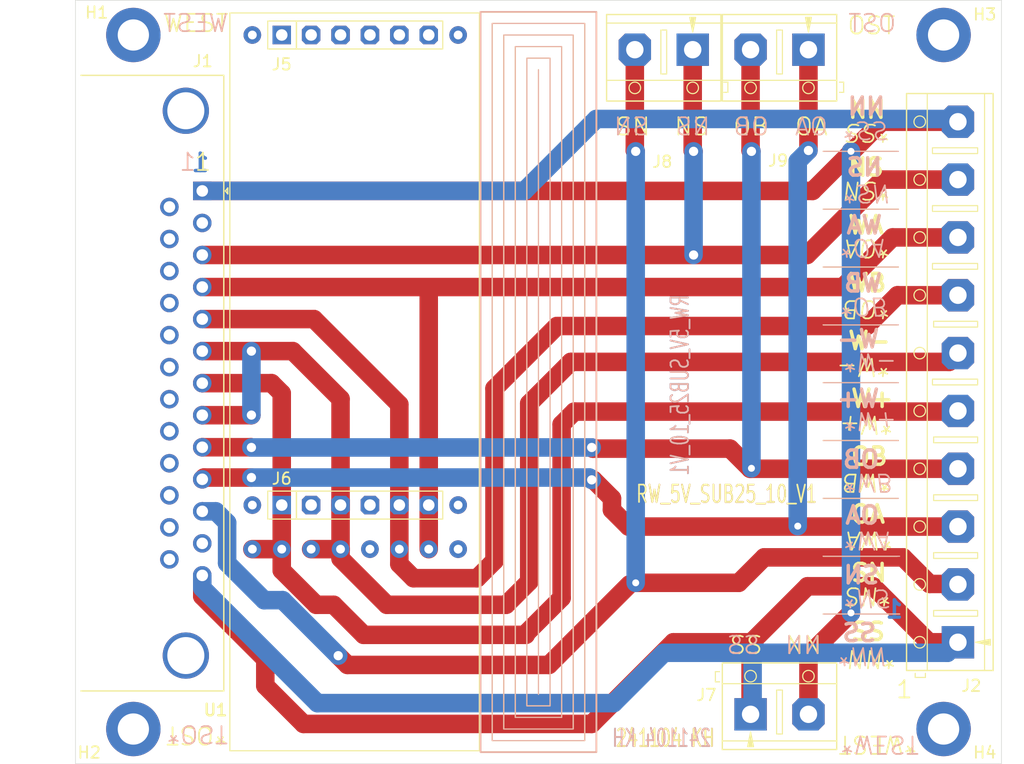
<source format=kicad_pcb>
(kicad_pcb (version 20240108) (generator "pcbnew") (generator_version "8.0")
  (layers (0 "F.Cu" signal) (31 "B.Cu" signal) (34 "B.Paste" user) (35 "F.Paste" user) (36 "B.SilkS" user "B.Silkscreen") (37 "F.SilkS" user "F.Silkscreen") (38 "B.Mask" user) (39 "F.Mask" user) (44 "Edge.Cuts" user))
  (net 0 "")
  (net 2 "/WB")
  (net 5 "/NN")
  (net 7 "/OB")
  (net 10 "/WA")
  (net 13 "/SN")
  (net 16 "/W-")
  (net 17 "/W+")
  (net 18 "/SS")
  (net 19 "/OA")
  (net 23 "/NS")
  (footprint "MountingHole:MountingHole_2.7mm_M2.5_DIN965_Pad_TopBottom" (layer "F.Cu") (at 102.9 87.94)
    (property "Reference" "H4" (at 3.556 2.032 0) (layer "F.SilkS"))
    (property "Value" "MountingHole" (hide yes))
    (pad "1" thru_hole circle (at 0 0) (size 3.1 3.1) (drill 2.7) (layers "*.Cu" "*.Mask"))
    (pad "1" connect circle (at 0 0) (size 4.7 4.7) (layers "F.Cu" "F.Mask"))
    (pad "1" connect circle (at 0 0) (size 4.7 4.7) (layers "B.Cu" "B.Mask"))
  )
  (footprint "_kh_library:Screw_Terminal_01x02_P5" (layer "F.Cu") (at 81.225 29.21 -90)
    (property "Reference" "J8" (at 9.69 2.625 0) (layer "F.SilkS"))
    (property "Value" "Screw_Terminal_01x02_P5" (hide yes))
    (fp_line (start -2.3 -2.44) (end -2.3 7.44) (stroke (width 0.1)) (layer "F.SilkS"))
    (fp_line (start 2.65 -2.44) (end 2.65 7.44) (stroke (width 0.1)) (layer "F.SilkS"))
    (fp_line (start 2.81 -3.04) (end 2.81 -2.68) (stroke (width 0.1)) (layer "F.SilkS"))
    (fp_line (start 2.81 -3.04) (end 3.69 -3.04) (stroke (width 0.1)) (layer "F.SilkS"))
    (fp_line (start 3.69 -3.04) (end 3.69 -2.68) (stroke (width 0.1)) (layer "F.SilkS"))
    (fp_rect (start -1.7 2.25) (end 2.1 2.75) (stroke (width 0.1)) (fill none) (layer "F.SilkS"))
    (fp_rect (start -3.04 -2.44) (end 4.44 7.44) (stroke (width 0.12)) (fill none) (layer "F.SilkS"))
    (fp_circle (center 3.3 5) (end 3.8 5) (stroke (width 0.1)) (fill none) (layer "F.SilkS"))
    (fp_circle (center 3.3 0) (end 3.8 0) (stroke (width 0.1)) (fill none) (layer "F.SilkS"))
    (fp_poly (pts (xy -2.794 -0.254) (xy -1.524 0) (xy -2.794 0.254)) (stroke (width 0.1)) (fill solid) (layer "F.SilkS"))
    (pad "1" thru_hole rect (at 0 0 270) (size 2.8 2.8) (drill 1.5) (layers "*.Cu" "*.Mask") (net 23 "/NS"))
    (pad "2" thru_hole roundrect (at 0 5 270) (size 2.8 2.8) (drill 1.5) (layers "*.Cu" "*.Mask") (roundrect_rratio 0) (chamfer_ratio 0.2) (chamfer top_left top_right bottom_left bottom_right) (net 13 "/SN"))
  )
  (footprint "MountingHole:MountingHole_2.7mm_M2.5_DIN965_Pad_TopBottom" (layer "F.Cu") (at 102.9 27.94)
    (property "Reference" "H3" (at 3.556 -1.778 0) (layer "F.SilkS"))
    (property "Value" "MountingHole" (hide yes))
    (pad "1" thru_hole circle (at 0 0) (size 3.1 3.1) (drill 2.7) (layers "*.Cu" "*.Mask"))
    (pad "1" connect circle (at 0 0) (size 4.7 4.7) (layers "F.Cu" "F.Mask"))
    (pad "1" connect circle (at 0 0) (size 4.7 4.7) (layers "B.Cu" "B.Mask"))
  )
  (footprint "_kh_library:PinSocket_1x06_P2.54mm_Vertical_kh" (layer "F.Cu") (at 45.72 68.58 90)
    (property "Reference" "J6" (at 2.286 0 180) (layer "F.SilkS"))
    (property "Value" "Conn_01x06")
    (fp_line (start -1.21 1.27) (end 1.21 1.27) (stroke (width 0.12)) (layer "F.SilkS"))
    (fp_rect (start -1.21 -1.21) (end 1.21 13.91) (stroke (width 0.1)) (fill none) (layer "F.SilkS"))
    (pad "1" thru_hole rect (at 0 0 90) (size 1.6 1.6) (drill 1) (layers "*.Cu" "*.Mask") (net 17 "/W+"))
    (pad "2" thru_hole roundrect (at 0 2.54 90) (size 1.6 1.6) (drill 1) (layers "*.Cu" "*.Mask") (roundrect_rratio 0) (chamfer_ratio 0.2) (chamfer top_left top_right bottom_left bottom_right))
    (pad "3" thru_hole roundrect (at 0 5.08 90) (size 1.6 1.6) (drill 1) (layers "*.Cu" "*.Mask") (roundrect_rratio 0) (chamfer_ratio 0.2) (chamfer top_left top_right bottom_left bottom_right) (net 16 "/W-"))
    (pad "4" thru_hole roundrect (at 0 7.62 90) (size 1.6 1.6) (drill 1) (layers "*.Cu" "*.Mask") (roundrect_rratio 0) (chamfer_ratio 0.2) (chamfer top_left top_right bottom_left bottom_right))
    (pad "5" thru_hole roundrect (at 0 10.16 90) (size 1.6 1.6) (drill 1) (layers "*.Cu" "*.Mask") (roundrect_rratio 0) (chamfer_ratio 0.2) (chamfer top_left top_right bottom_left bottom_right) (net 2 "/WB"))
    (pad "6" thru_hole roundrect (at 0 12.7 90) (size 1.6 1.6) (drill 1) (layers "*.Cu" "*.Mask") (roundrect_rratio 0) (chamfer_ratio 0.2) (chamfer top_left top_right bottom_left bottom_right) (net 10 "/WA"))
  )
  (footprint "MountingHole:MountingHole_2.7mm_M2.5_DIN965_Pad_TopBottom" (layer "F.Cu") (at 32.9 27.94)
    (property "Reference" "H1" (at -3.17 -1.94 0) (layer "F.SilkS"))
    (property "Value" "MountingHole" (hide yes))
    (pad "1" thru_hole circle (at 0 0) (size 3.1 3.1) (drill 2.7) (layers "*.Cu" "*.Mask"))
    (pad "1" connect circle (at 0 0) (size 4.7 4.7) (layers "F.Cu" "F.Mask"))
    (pad "1" connect circle (at 0 0) (size 4.7 4.7) (layers "B.Cu" "B.Mask"))
  )
  (footprint "_kh_library:PinSocket_1x06_P2.54mm_Vertical_kh" (layer "F.Cu") (at 45.72 27.94 90)
    (property "Reference" "J5" (at -2.54 0 180) (layer "F.SilkS"))
    (property "Value" "Conn_01x06")
    (fp_line (start -1.21 1.27) (end 1.21 1.27) (stroke (width 0.12)) (layer "F.SilkS"))
    (fp_rect (start -1.21 -1.21) (end 1.21 13.91) (stroke (width 0.1)) (fill none) (layer "F.SilkS"))
    (pad "1" thru_hole rect (at 0 0 90) (size 1.6 1.6) (drill 1) (layers "*.Cu" "*.Mask"))
    (pad "2" thru_hole roundrect (at 0 2.54 90) (size 1.6 1.6) (drill 1) (layers "*.Cu" "*.Mask") (roundrect_rratio 0) (chamfer_ratio 0.2) (chamfer top_left top_right bottom_left bottom_right))
    (pad "3" thru_hole roundrect (at 0 5.08 90) (size 1.6 1.6) (drill 1) (layers "*.Cu" "*.Mask") (roundrect_rratio 0) (chamfer_ratio 0.2) (chamfer top_left top_right bottom_left bottom_right))
    (pad "4" thru_hole roundrect (at 0 7.62 90) (size 1.6 1.6) (drill 1) (layers "*.Cu" "*.Mask") (roundrect_rratio 0) (chamfer_ratio 0.2) (chamfer top_left top_right bottom_left bottom_right))
    (pad "5" thru_hole roundrect (at 0 10.16 90) (size 1.6 1.6) (drill 1) (layers "*.Cu" "*.Mask") (roundrect_rratio 0) (chamfer_ratio 0.2) (chamfer top_left top_right bottom_left bottom_right))
    (pad "6" thru_hole roundrect (at 0 12.7 90) (size 1.6 1.6) (drill 1) (layers "*.Cu" "*.Mask") (roundrect_rratio 0) (chamfer_ratio 0.2) (chamfer top_left top_right bottom_left bottom_right))
  )
  (footprint "_kh_library:AC_5V_supply_6pol_PinsOnly" (layer "F.Cu") (at 43.18 72.39 90)
    (property "Reference" "U1" (at -13.91 -3.18 0) (layer "F.SilkS") (effects (font (thickness 0.2) (bold yes))))
    (property "Value" "~" (hide yes))
    (pad "1" thru_hole circle (at 0 0 90) (size 1.524 1.524) (drill 0.762) (layers "*.Cu" "*.Mask") (net 17 "/W+"))
    (pad "2" thru_hole circle (at 0 2.54 90) (size 1.524 1.524) (drill 0.762) (layers "*.Cu" "*.Mask") (net 17 "/W+"))
    (pad "3" thru_hole circle (at 0 5.08 90) (size 1.524 1.524) (drill 0.762) (layers "*.Cu" "*.Mask") (net 16 "/W-"))
    (pad "4" thru_hole circle (at 0 7.62 90) (size 1.524 1.524) (drill 0.762) (layers "*.Cu" "*.Mask") (net 16 "/W-"))
    (pad "5" thru_hole circle (at 0 10.16 90) (size 1.524 1.524) (drill 0.762) (layers "*.Cu" "*.Mask"))
    (pad "6" thru_hole circle (at 0 12.7 90) (size 1.524 1.524) (drill 0.762) (layers "*.Cu" "*.Mask") (net 2 "/WB"))
    (pad "7" thru_hole circle (at 0 15.24 90) (size 1.524 1.524) (drill 0.762) (layers "*.Cu" "*.Mask") (net 10 "/WA"))
    (pad "8" thru_hole circle (at 0 17.78 90) (size 1.524 1.524) (drill 0.762) (layers "*.Cu" "*.Mask"))
    (pad "9" thru_hole circle (at 3.81 0 90) (size 1.524 1.524) (drill 0.762) (layers "*.Cu" "*.Mask"))
    (pad "10" thru_hole circle (at 3.81 17.78 90) (size 1.524 1.524) (drill 0.762) (layers "*.Cu" "*.Mask"))
    (pad "11" thru_hole circle (at 44.45 0 90) (size 1.524 1.524) (drill 0.762) (layers "*.Cu" "*.Mask"))
    (pad "12" thru_hole circle (at 44.45 17.78 90) (size 1.524 1.524) (drill 0.762) (layers "*.Cu" "*.Mask"))
  )
  (footprint "_kh_library:DSUB-25_Male_Horizontal_P2.77x2.84mm_EdgePinOffset7.70mm_Housed_MountingHolesOffset9.12mm" (layer "F.Cu") (at 38.854 41.42 -90)
    (property "Reference" "J1" (at -11.22 -0.046 180) (layer "F.SilkS"))
    (property "Value" "DB25_Plug")
    (fp_line (start -9.99 10.48) (end -9.99 -1.86) (stroke (width 0.12)) (layer "F.SilkS"))
    (fp_line (start -9.99 -1.86) (end 43.23 -1.86) (stroke (width 0.12)) (layer "F.SilkS"))
    (fp_line (start 43.23 -1.86) (end 43.23 10.48) (stroke (width 0.12)) (layer "F.SilkS"))
    (fp_line (start 0 -2) (end -0.25 -2.2) (stroke (width 0.12)) (layer "F.SilkS"))
    (fp_line (start -0.25 -2.2) (end 0.25 -2.2) (stroke (width 0.12)) (layer "F.SilkS"))
    (fp_line (start 0.254 -2.2) (end 0 -2) (stroke (width 0.12)) (layer "F.SilkS"))
    (pad "0" thru_hole circle (at -6.93 1.42 270) (size 4 4) (drill 3.2) (layers "*.Cu" "*.Mask"))
    (pad "0" thru_hole circle (at 40.17 1.42 270) (size 4 4) (drill 3.2) (layers "*.Cu" "*.Mask"))
    (pad "1" thru_hole rect (at 0 0 270) (size 1.6 1.6) (drill 1) (layers "*.Cu" "*.Mask") (net 5 "/NN"))
    (pad "2" thru_hole circle (at 2.77 0 270) (size 1.6 1.6) (drill 1) (layers "*.Cu" "*.Mask"))
    (pad "3" thru_hole circle (at 5.54 0 270) (size 1.6 1.6) (drill 1) (layers "*.Cu" "*.Mask") (net 23 "/NS"))
    (pad "4" thru_hole circle (at 8.31 0 270) (size 1.6 1.6) (drill 1) (layers "*.Cu" "*.Mask") (net 10 "/WA"))
    (pad "5" thru_hole circle (at 11.08 0 270) (size 1.6 1.6) (drill 1) (layers "*.Cu" "*.Mask") (net 2 "/WB"))
    (pad "6" thru_hole circle (at 13.85 0 270) (size 1.6 1.6) (drill 1) (layers "*.Cu" "*.Mask") (net 16 "/W-"))
    (pad "7" thru_hole circle (at 16.62 0 270) (size 1.6 1.6) (drill 1) (layers "*.Cu" "*.Mask") (net 17 "/W+"))
    (pad "8" thru_hole circle (at 19.39 0 270) (size 1.6 1.6) (drill 1) (layers "*.Cu" "*.Mask") (net 16 "/W-"))
    (pad "9" thru_hole circle (at 22.16 0 270) (size 1.6 1.6) (drill 1) (layers "*.Cu" "*.Mask") (net 7 "/OB"))
    (pad "10" thru_hole circle (at 24.93 0 270) (size 1.6 1.6) (drill 1) (layers "*.Cu" "*.Mask") (net 19 "/OA"))
    (pad "11" thru_hole circle (at 27.7 0 270) (size 1.6 1.6) (drill 1) (layers "*.Cu" "*.Mask") (net 13 "/SN"))
    (pad "12" thru_hole circle (at 30.47 0 270) (size 1.6 1.6) (drill 1) (layers "*.Cu" "*.Mask"))
    (pad "13" thru_hole circle (at 33.24 0 270) (size 1.6 1.6) (drill 1) (layers "*.Cu" "*.Mask") (net 18 "/SS"))
    (pad "14" thru_hole circle (at 1.385 2.84 270) (size 1.6 1.6) (drill 1) (layers "*.Cu" "*.Mask"))
    (pad "15" thru_hole circle (at 4.155 2.84 270) (size 1.6 1.6) (drill 1) (layers "*.Cu" "*.Mask"))
    (pad "16" thru_hole circle (at 6.925 2.84 270) (size 1.6 1.6) (drill 1) (layers "*.Cu" "*.Mask"))
    (pad "17" thru_hole circle (at 9.695 2.84 270) (size 1.6 1.6) (drill 1) (layers "*.Cu" "*.Mask"))
    (pad "18" thru_hole circle (at 12.465 2.84 270) (size 1.6 1.6) (drill 1) (layers "*.Cu" "*.Mask"))
    (pad "19" thru_hole circle (at 15.235 2.84 270) (size 1.6 1.6) (drill 1) (layers "*.Cu" "*.Mask"))
    (pad "20" thru_hole circle (at 18.005 2.84 270) (size 1.6 1.6) (drill 1) (layers "*.Cu" "*.Mask"))
    (pad "21" thru_hole circle (at 20.775 2.84 270) (size 1.6 1.6) (drill 1) (layers "*.Cu" "*.Mask"))
    (pad "22" thru_hole circle (at 23.545 2.84 270) (size 1.6 1.6) (drill 1) (layers "*.Cu" "*.Mask"))
    (pad "23" thru_hole circle (at 26.315 2.84 270) (size 1.6 1.6) (drill 1) (layers "*.Cu" "*.Mask"))
    (pad "24" thru_hole circle (at 29.085 2.84 270) (size 1.6 1.6) (drill 1) (layers "*.Cu" "*.Mask"))
    (pad "25" thru_hole circle (at 31.855 2.84 270) (size 1.6 1.6) (drill 1) (layers "*.Cu" "*.Mask"))
  )
  (footprint "_kh_library:Screw_Terminal_01x02_P5" (layer "F.Cu") (at 86.225 86.67 90)
    (property "Reference" "J7" (at 1.67 -3.81 0) (layer "F.SilkS"))
    (property "Value" "Screw_Terminal_01x02_P5" (hide yes))
    (fp_line (start 3.69 -3.04) (end 3.69 -2.68) (stroke (width 0.1)) (layer "F.SilkS"))
    (fp_line (start 2.81 -3.04) (end 3.69 -3.04) (stroke (width 0.1)) (layer "F.SilkS"))
    (fp_line (start 2.81 -3.04) (end 2.81 -2.68) (stroke (width 0.1)) (layer "F.SilkS"))
    (fp_line (start 2.65 -2.44) (end 2.65 7.44) (stroke (width 0.1)) (layer "F.SilkS"))
    (fp_line (start -2.3 -2.44) (end -2.3 7.44) (stroke (width 0.1)) (layer "F.SilkS"))
    (fp_rect (start -3.04 -2.44) (end 4.44 7.44) (stroke (width 0.12)) (fill none) (layer "F.SilkS"))
    (fp_rect (start -1.7 2.25) (end 2.1 2.75) (stroke (width 0.1)) (fill none) (layer "F.SilkS"))
    (fp_circle (center 3.3 0) (end 3.8 0) (stroke (width 0.1)) (fill none) (layer "F.SilkS"))
    (fp_circle (center 3.3 5) (end 3.8 5) (stroke (width 0.1)) (fill none) (layer "F.SilkS"))
    (fp_poly (pts (xy -2.794 -0.254) (xy -1.524 0) (xy -2.794 0.254)) (stroke (width 0.1)) (fill solid) (layer "F.SilkS"))
    (pad "1" thru_hole rect (at 0 0 90) (size 2.8 2.8) (drill 1.5) (layers "*.Cu" "*.Mask") (net 18 "/SS"))
    (pad "2" thru_hole roundrect (at 0 5 90) (size 2.8 2.8) (drill 1.5) (layers "*.Cu" "*.Mask") (roundrect_rratio 0) (chamfer_ratio 0.2) (chamfer top_left top_right bottom_left bottom_right) (net 5 "/NN"))
  )
  (footprint "MountingHole:MountingHole_2.7mm_M2.5_DIN965_Pad_TopBottom" (layer "F.Cu") (at 32.9 87.94)
    (property "Reference" "H2" (at -3.81 2.032 0) (layer "F.SilkS"))
    (property "Value" "MountingHole" (hide yes))
    (pad "1" thru_hole circle (at 0 0) (size 3.1 3.1) (drill 2.7) (layers "*.Cu" "*.Mask"))
    (pad "1" connect circle (at 0 0) (size 4.7 4.7) (layers "F.Cu" "F.Mask"))
    (pad "1" connect circle (at 0 0) (size 4.7 4.7) (layers "B.Cu" "B.Mask"))
  )
  (footprint "_kh_library:Screw_Terminal_01x10_P5" (layer "F.Cu") (at 104.14 80.44 180)
    (property "Reference" "J2" (at -1.16 -3.76 180) (layer "F.SilkS"))
    (property "Value" "Screw_Terminal_01x10_P5")
    (fp_line (start 3.69 -3.04) (end 3.69 -2.68) (stroke (width 0.1)) (layer "F.SilkS"))
    (fp_line (start 2.81 -3.04) (end 3.69 -3.04) (stroke (width 0.1)) (layer "F.SilkS"))
    (fp_line (start 2.81 -3.04) (end 2.81 -2.68) (stroke (width 0.1)) (layer "F.SilkS"))
    (fp_line (start 2.65 -2.44) (end 2.65 47.44) (stroke (width 0.1)) (layer "F.SilkS"))
    (fp_line (start -2.3 -2.44) (end -2.3 47.44) (stroke (width 0.1)) (layer "F.SilkS"))
    (fp_rect (start -1.7 42.25) (end 2.2 42.75) (stroke (width 0.1)) (fill none) (layer "F.SilkS"))
    (fp_rect (start -1.7 37.25) (end 2.2 37.75) (stroke (width 0.1)) (fill none) (layer "F.SilkS"))
    (fp_rect (start -1.7 32.25) (end 2.2 32.75) (stroke (width 0.1)) (fill none) (layer "F.SilkS"))
    (fp_rect (start -1.7 27.25) (end 2.1 27.75) (stroke (width 0.1)) (fill none) (layer "F.SilkS"))
    (fp_rect (start -1.7 22.25) (end 2.2 22.75) (stroke (width 0.1)) (fill none) (layer "F.SilkS"))
    (fp_rect (start -1.7 17.25) (end 2.1 17.75) (stroke (width 0.1)) (fill none) (layer "F.SilkS"))
    (fp_rect (start -1.7 12.25) (end 2.1 12.75) (stroke (width 0.1)) (fill none) (layer "F.SilkS"))
    (fp_rect (start -1.7 7.25) (end 2.1 7.75) (stroke (width 0.1)) (fill none) (layer "F.SilkS"))
    (fp_rect (start -1.7 2.25) (end 2.1 2.75) (stroke (width 0.1)) (fill none) (layer "F.SilkS"))
    (fp_rect (start -3.04 -2.44) (end 4.44 47.44) (stroke (width 0.12)) (fill none) (layer "F.SilkS"))
    (fp_circle (center 3.3 45) (end 3.8 45) (stroke (width 0.1)) (fill none) (layer "F.SilkS"))
    (fp_circle (center 3.3 40) (end 3.8 40) (stroke (width 0.1)) (fill none) (layer "F.SilkS"))
    (fp_circle (center 3.3 35) (end 3.8 35) (stroke (width 0.1)) (fill none) (layer "F.SilkS"))
    (fp_circle (center 3.3 30) (end 3.8 30) (stroke (width 0.1)) (fill none) (layer "F.SilkS"))
    (fp_circle (center 3.3 25) (end 3.8 25) (stroke (width 0.1)) (fill none) (layer "F.SilkS"))
    (fp_circle (center 3.3 20) (end 3.8 20) (stroke (width 0.1)) (fill none) (layer "F.SilkS"))
    (fp_circle (center 3.3 15) (end 3.8 15) (stroke (width 0.1)) (fill none) (layer "F.SilkS"))
    (fp_circle (center 3.3 10) (end 3.8 10) (stroke (width 0.1)) (fill none) (layer "F.SilkS"))
    (fp_circle (center 3.3 5) (end 3.8 5) (stroke (width 0.1)) (fill none) (layer "F.SilkS"))
    (fp_circle (center 3.3 0) (end 3.8 0) (stroke (width 0.1)) (fill none) (layer "F.SilkS"))
    (fp_poly (pts (xy -2.794 -0.254) (xy -1.524 0) (xy -2.794 0.254)) (stroke (width 0.1)) (fill solid) (layer "F.SilkS"))
    (pad "1" thru_hole rect (at 0 0 180) (size 2.8 2.8) (drill 1.5) (layers "*.Cu" "*.Mask") (net 18 "/SS"))
    (pad "2" thru_hole roundrect (at 0 5 180) (size 2.8 2.8) (drill 1.5) (layers "*.Cu" "*.Mask") (roundrect_rratio 0) (chamfer_ratio 0.2) (chamfer top_left top_right bottom_left bottom_right) (net 13 "/SN"))
    (pad "3" thru_hole roundrect (at 0 10 180) (size 2.8 2.8) (drill 1.5) (layers "*.Cu" "*.Mask") (roundrect_rratio 0) (chamfer_ratio 0.2) (chamfer top_left top_right bottom_left bottom_right) (net 19 "/OA"))
    (pad "4" thru_hole roundrect (at 0 15 180) (size 2.8 2.8) (drill 1.5) (layers "*.Cu" "*.Mask") (roundrect_rratio 0) (chamfer_ratio 0.2) (chamfer top_left top_right bottom_left bottom_right) (net 7 "/OB"))
    (pad "5" thru_hole roundrect (at 0 20 180) (size 2.8 2.8) (drill 1.5) (layers "*.Cu" "*.Mask") (roundrect_rratio 0) (chamfer_ratio 0.2) (chamfer top_left top_right bottom_left bottom_right) (net 17 "/W+"))
    (pad "6" thru_hole roundrect (at 0 25 180) (size 2.8 2.8) (drill 1.5) (layers "*.Cu" "*.Mask") (roundrect_rratio 0) (chamfer_ratio 0.2) (chamfer top_left top_right bottom_left bottom_right) (net 16 "/W-"))
    (pad "7" thru_hole roundrect (at 0 30 180) (size 2.8 2.8) (drill 1.5) (layers "*.Cu" "*.Mask") (roundrect_rratio 0) (chamfer_ratio 0.2) (chamfer top_left top_right bottom_left bottom_right) (net 2 "/WB"))
    (pad "8" thru_hole roundrect (at 0 35 180) (size 2.8 2.8) (drill 1.5) (layers "*.Cu" "*.Mask") (roundrect_rratio 0) (chamfer_ratio 0.2) (chamfer top_left top_right bottom_left bottom_right) (net 10 "/WA"))
    (pad "9" thru_hole roundrect (at 0 40 180) (size 2.8 2.8) (drill 1.5) (layers "*.Cu" "*.Mask") (roundrect_rratio 0) (chamfer_ratio 0.2) (chamfer top_left top_right bottom_left bottom_right) (net 23 "/NS"))
    (pad "10" thru_hole roundrect (at 0 45 180) (size 2.8 2.8) (drill 1.5) (layers "*.Cu" "*.Mask") (roundrect_rratio 0) (chamfer_ratio 0.2) (chamfer top_left top_right bottom_left bottom_right) (net 5 "/NN"))
  )
  (footprint "_kh_library:Screw_Terminal_01x02_P5" (layer "F.Cu") (at 91.225 29.21 -90)
    (property "Reference" "J9" (at 9.59 2.625 0) (layer "F.SilkS"))
    (property "Value" "Screw_Terminal_01x02_P5" (hide yes))
    (fp_line (start -2.3 -2.44) (end -2.3 7.44) (stroke (width 0.1)) (layer "F.SilkS"))
    (fp_line (start 2.65 -2.44) (end 2.65 7.44) (stroke (width 0.1)) (layer "F.SilkS"))
    (fp_line (start 2.81 -3.04) (end 2.81 -2.68) (stroke (width 0.1)) (layer "F.SilkS"))
    (fp_line (start 2.81 -3.04) (end 3.69 -3.04) (stroke (width 0.1)) (layer "F.SilkS"))
    (fp_line (start 3.69 -3.04) (end 3.69 -2.68) (stroke (width 0.1)) (layer "F.SilkS"))
    (fp_rect (start -1.7 2.25) (end 2.1 2.75) (stroke (width 0.1)) (fill none) (layer "F.SilkS"))
    (fp_rect (start -3.04 -2.44) (end 4.44 7.44) (stroke (width 0.12)) (fill none) (layer "F.SilkS"))
    (fp_circle (center 3.3 5) (end 3.8 5) (stroke (width 0.1)) (fill none) (layer "F.SilkS"))
    (fp_circle (center 3.3 0) (end 3.8 0) (stroke (width 0.1)) (fill none) (layer "F.SilkS"))
    (fp_poly (pts (xy -2.794 -0.254) (xy -1.524 0) (xy -2.794 0.254)) (stroke (width 0.1)) (fill solid) (layer "F.SilkS"))
    (pad "1" thru_hole rect (at 0 0 270) (size 2.8 2.8) (drill 1.5) (layers "*.Cu" "*.Mask") (net 19 "/OA"))
    (pad "2" thru_hole roundrect (at 0 5 270) (size 2.8 2.8) (drill 1.5) (layers "*.Cu" "*.Mask") (roundrect_rratio 0) (chamfer_ratio 0.2) (chamfer top_left top_right bottom_left bottom_right) (net 7 "/OB"))
  )
  (gr_line (start 67.9 30.94) (end 67.9 84.94) (stroke (width 0.1)) (layer "B.SilkS"))
  (gr_line (start 99 38) (end 92.5 38) (stroke (width 0.1)) (layer "B.SilkS"))
  (gr_rect (start 65.9 28.94) (end 69.9 86.94) (stroke (width 0.1)) (fill none) (layer "B.SilkS"))
  (gr_line (start 99 58) (end 92.5 58) (stroke (width 0.1)) (layer "B.SilkS"))
  (gr_line (start 99 48) (end 92.5 48) (stroke (width 0.1)) (layer "B.SilkS"))
  (gr_line (start 99 68) (end 92.5 68) (stroke (width 0.1)) (layer "B.SilkS"))
  (gr_line (start 99.1 78) (end 92.5 78) (stroke (width 0.1)) (layer "B.SilkS"))
  (gr_line (start 99.1 73) (end 92.5 73) (stroke (width 0.1)) (layer "B.SilkS"))
  (gr_line (start 99 43) (end 92.5 43) (stroke (width 0.1)) (layer "B.SilkS"))
  (gr_line (start 99 63) (end 92.5 63) (stroke (width 0.1)) (layer "B.SilkS"))
  (gr_rect (start 66.9 29.94) (end 68.9 85.94) (stroke (width 0.1)) (fill none) (layer "B.SilkS"))
  (gr_rect (start 62.9 25.94) (end 72.9 89.94) (stroke (width 0.15)) (fill none) (layer "B.SilkS"))
  (gr_rect (start 64.9 27.94) (end 70.9 87.94) (stroke (width 0.1)) (fill none) (layer "B.SilkS"))
  (gr_rect (start 63.9 26.94) (end 71.9 88.94) (stroke (width 0.1)) (fill none) (layer "B.SilkS"))
  (gr_line (start 99 53) (end 92.5 53) (stroke (width 0.1)) (layer "B.SilkS"))
  (gr_line (start 99.1 78) (end 92.5 78) (stroke (width 0.1)) (layer "F.SilkS"))
  (gr_line (start 99 43) (end 92.5 43) (stroke (width 0.1)) (layer "F.SilkS"))
  (gr_line (start 99 48) (end 92.5 48) (stroke (width 0.1)) (layer "F.SilkS"))
  (gr_rect (start 65.9 28.94) (end 69.9 86.94) (stroke (width 0.1)) (fill none) (layer "F.SilkS"))
  (gr_line (start 98.9 38) (end 92.5 38) (stroke (width 0.1)) (layer "F.SilkS"))
  (gr_line (start 98.9 73) (end 92.5 73) (stroke (width 0.1)) (layer "F.SilkS"))
  (gr_line (start 67.9 30.94) (end 67.9 84.94) (stroke (width 0.1)) (layer "F.SilkS"))
  (gr_rect (start 41.237 26.035) (end 62.791 89.819) (stroke (width 0.1)) (fill none) (layer "F.SilkS"))
  (gr_line (start 99 63) (end 92.5 63) (stroke (width 0.1)) (layer "F.SilkS"))
  (gr_rect (start 62.9 25.94) (end 72.9 89.94) (stroke (width 0.15)) (fill none) (layer "F.SilkS"))
  (gr_rect (start 64.9 27.94) (end 70.9 87.94) (stroke (width 0.1)) (fill none) (layer "F.SilkS"))
  (gr_line (start 98.9 53) (end 92.5 53) (stroke (width 0.1)) (layer "F.SilkS"))
  (gr_rect (start 66.9 29.94) (end 68.9 85.94) (stroke (width 0.1)) (fill none) (layer "F.SilkS"))
  (gr_rect (start 63.9 26.94) (end 71.9 88.94) (stroke (width 0.1)) (fill none) (layer "F.SilkS"))
  (gr_line (start 98.9 58) (end 92.5 58) (stroke (width 0.1)) (layer "F.SilkS"))
  (gr_line (start 98.9 68) (end 92.5 68) (stroke (width 0.1)) (layer "F.SilkS"))
  (gr_rect (start 27.9 24.94) (end 107.9 90.94) (stroke (width 0.05)) (fill none) (layer "Edge.Cuts"))
  (gr_text "241104 KH" (at 74.5 89.6 0) (layer "F.Cu") (effects (font (size 1.5 1) (thickness 0.15) (bold yes)) (justify left bottom)))
  (gr_text "RW_5V_SUB25_10_V1" (at 76.25 68.5 0) (layer "F.Cu") (effects (font (size 1.5 1) (thickness 0.15) (bold yes)) (justify left bottom)))
  (gr_text "1" (at 39.6 38.1 0) (layer "B.Cu") (effects (font (size 1.5 1.5) (thickness 0.3) (bold yes)) (justify left top mirror)))
  (gr_text "RW_5V_SUB25_10_V1" (at 81 50.3 90) (layer "B.Cu") (effects (font (size 1.5 1) (thickness 0.15) (bold yes)) (justify left bottom mirror)))
  (gr_text "241104 KH" (at 82.9 89.6 0) (layer "B.Cu") (effects (font (size 1.5 1) (thickness 0.15) (bold yes)) (justify left bottom mirror)))
  (gr_text "1" (at 99.56 76.708 0) (layer "B.Cu") (effects (font (size 1.5 1.5) (thickness 0.3) (bold yes)) (justify left top mirror)))
  (gr_text "*OST" (at 35.7 87.5 180) (layer "B.SilkS") (effects (font (size 1.5 1.5)) (justify left bottom mirror)))
  (gr_text "OST" (at 98.9 27.8 0) (layer "B.SilkS") (effects (font (size 1.5 1.5)) (justify left bottom mirror)))
  (gr_text "SN" (at 77.508 36.74 0) (layer "B.SilkS") (effects (font (size 1.5 1.5)) (justify left bottom mirror)))
  (gr_text "WEST" (at 41.2 27.8 0) (layer "B.SilkS") (effects (font (size 1.5 1.5)) (justify left bottom mirror)))
  (gr_text "W+" (at 97.5 60.25 0) (layer "B.SilkS") (effects (font (size 1.5 1.5) (thickness 0.3) (bold yes)) (justify left bottom mirror)))
  (gr_text "SS" (at 97.25 80.5 0) (layer "B.SilkS") (effects (font (size 1.5 1.5) (thickness 0.3) (bold yes)) (justify left bottom mirror)))
  (gr_text "RW_5V_SUB25_10_V1" (at 81 50.3 90) (layer "B.SilkS") (effects (font (size 1.5 1) (thickness 0.15) (bold yes)) (justify left bottom mirror)))
  (gr_text "NN" (at 98 35 0) (layer "B.SilkS") (effects (font (size 1.5 1.5) (thickness 0.3) (bold yes)) (justify left bottom mirror)))
  (gr_text "*NN" (at 93.5 80.75 180) (layer "B.SilkS") (effects (font (size 1.5 1.5) (thickness 0.15) (italic yes)) (justify left bottom mirror)))
  (gr_text "*SS" (at 93.948 35.284 180) (layer "B.SilkS") (effects (font (size 1.5 1.5) (thickness 0.15) (italic yes)) (justify left bottom mirror)))
  (gr_text "*OB" (at 93.694 50.524 180) (layer "B.SilkS") (effects (font (size 1.5 1.5) (thickness 0.15) (italic yes)) (justify left bottom mirror)))
  (gr_text "SN" (at 97.504 75.5 0) (layer "B.SilkS") (effects (font (size 1.5 1.5) (thickness 0.3) (bold yes)) (justify left bottom mirror)))
  (gr_text "*WEST" (at 93.9 88.4 180) (layer "B.SilkS") (effects (font (size 1.5 1.5)) (justify left bottom mirror)))
  (gr_text "OB" (at 97.504 65.51 0) (layer "B.SilkS") (effects (font (size 1.5 1.5) (thickness 0.3) (bold yes)) (justify left bottom mirror)))
  (gr_text "OA" (at 97.504 70.336 0) (layer "B.SilkS") (effects (font (size 1.5 1.5) (thickness 0.3) (bold yes)) (justify left bottom mirror)))
  (gr_text "SS" (at 87.106 81.57 0) (layer "B.SilkS") (effects (font (size 1.5 1.5)) (justify left bottom mirror)))
  (gr_text "NS" (at 82.842 36.74 0) (layer "B.SilkS") (effects (font (size 1.5 1.5)) (justify left bottom mirror)))
  (gr_text "241104 KH" (at 82.9 89.6 0) (layer "B.SilkS") (effects (font (size 1.5 1) (thickness 0.15) (bold yes)) (justify left bottom mirror)))
  (gr_text "OB" (at 87.922 36.74 0) (layer "B.SilkS") (effects (font (size 1.5 1.5)) (justify left bottom mirror)))
  (gr_text "OA" (at 93.002 36.74 0) (layer "B.SilkS") (effects (font (size 1.5 1.5)) (justify left bottom mirror)))
  (gr_text "1" (at 38.4 39.8 0) (layer "B.SilkS") (effects (font (size 1.5 1.5)) (justify left bottom mirror)))
  (gr_text "W-" (at 97.5 55.096 0) (layer "B.SilkS") (effects (font (size 1.5 1.5) (thickness 0.3) (bold yes)) (justify left bottom mirror)))
  (gr_text "*OA" (at 93.694 45.444 180) (layer "B.SilkS") (effects (font (size 1.5 1.5) (thickness 0.15) (italic yes)) (justify left bottom mirror)))
  (gr_text "WA" (at 97.75 45.25 0) (layer "B.SilkS") (effects (font (size 1.5 1.5) (thickness 0.3) (bold yes)) (justify left bottom mirror)))
  (gr_text "*WB" (at 94 65.75 180) (layer "B.SilkS") (effects (font (size 1.5 1.5) (thickness 0.15) (italic yes)) (justify left bottom mirror)))
  (gr_text "*SN" (at 93.948 40.75 180) (layer "B.SilkS") (effects (font (size 1.5 1.5) (thickness 0.15) (italic yes)) (justify left bottom mirror)))
  (gr_text "*WA" (at 94 70.75 180) (layer "B.SilkS") (effects (font (size 1.5 1.5) (thickness 0.15) (italic yes)) (justify left bottom mirror)))
  (gr_text "*W-" (at 94 55.35 180) (layer "B.SilkS") (effects (font (size 1.5 1.5) (thickness 0.15) (italic yes)) (justify left bottom mirror)))
  (gr_text "NN" (at 92.44 81.57 0) (layer "B.SilkS") (effects (font (size 1.5 1.5)) (justify left bottom mirror)))
  (gr_text "NS" (at 97.75 40.25 0) (layer "B.SilkS") (effects (font (size 1.5 1.5) (thickness 0.3) (bold yes)) (justify left bottom mirror)))
  (gr_text "*W+" (at 94 60.43 180) (layer "B.SilkS") (effects (font (size 1.5 1.5) (thickness 0.15) (italic yes)) (justify left bottom mirror)))
  (gr_text "WB" (at 97.75 50.27 0) (layer "B.SilkS") (effects (font (size 1.5 1.5) (thickness 0.3) (bold yes)) (justify left bottom mirror)))
  (gr_text "*NS" (at 94 75.75 180) (layer "B.SilkS") (effects (font (size 1.5 1.5) (thickness 0.15) (italic yes)) (justify left bottom mirror)))
  (gr_text "SN" (at 94.75 75.32 0) (layer "F.SilkS") (effects (font (size 1.5 1.5) (thickness 0.3) (bold yes)) (justify left bottom)))
  (gr_text "W+" (at 94.75 60.25 0) (layer "F.SilkS") (effects (font (size 1.5 1.5) (thickness 0.3) (bold yes)) (justify left bottom)))
  (gr_text "*SS" (at 98.5 35.5 180) (layer "F.SilkS") (effects (font (size 1.5 1.5) (thickness 0.15) (italic yes)) (justify left bottom)))
  (gr_text "OB" (at 94.75 65.25 0) (layer "F.SilkS") (effects (font (size 1.5 1.5) (thickness 0.3) (bold yes)) (justify left bottom)))
  (gr_text "*WEST" (at 100.7 88.4 180) (layer "F.SilkS") (effects (font (size 1.5 1.5)) (justify left bottom)))
  (gr_text "*SN" (at 98.5 40.5 180) (layer "F.SilkS") (effects (font (size 1.5 1.5) (thickness 0.15) (italic yes)) (justify left bottom)))
  (gr_text "WA" (at 94.5 45.25 0) (layer "F.SilkS") (effects (font (size 1.5 1.5) (thickness 0.3) (bold yes)) (justify left bottom)))
  (gr_text "241104 KH" (at 74.5 89.6 0) (layer "F.SilkS") (effects (font (size 1.5 1) (thickness 0.15) (bold yes)) (justify left bottom)))
  (gr_text "*WB" (at 98.602 65.75 180) (layer "F.SilkS") (effects (font (size 1.5 1.5) (thickness 0.15) (italic yes)) (justify left bottom)))
  (gr_text "*NN" (at 99 81 180) (layer "F.SilkS") (effects (font (size 1.5 1.5) (thickness 0.15) (italic yes)) (justify left bottom)))
  (gr_text "OA" (at 94.75 70.25 0) (layer "F.SilkS") (effects (font (size 1.5 1.5) (thickness 0.3) (bold yes)) (justify left bottom)))
  (gr_text "1" (at 98.7 85.4 0) (layer "F.SilkS") (effects (font (size 1.5 1.5)) (justify left bottom)))
  (gr_text "*WA" (at 98.75 70.75 180) (layer "F.SilkS") (effects (font (size 1.5 1.5) (thickness 0.15) (italic yes)) (justify left bottom)))
  (gr_text "WEST" (at 35.4 27.8 0) (layer "F.SilkS") (effects (font (size 1.5 1.5)) (justify left bottom)))
  (gr_text "NS" (at 94.5 40.25 0) (layer "F.SilkS") (effects (font (size 1.5 1.5) (thickness 0.3) (bold yes)) (justify left bottom)))
  (gr_text "RW_5V_SUB25_10_V1" (at 76.25 68.5 0) (layer "F.SilkS") (effects (font (size 1.5 1) (thickness 0.15) (bold yes)) (justify left bottom)))
  (gr_text "OST" (at 94.5 28 0) (layer "F.SilkS") (effects (font (size 1.5 1.5)) (justify left bottom)))
  (gr_text "NN" (at 94.5 35.25 0) (layer "F.SilkS") (effects (font (size 1.5 1.5) (thickness 0.3) (bold yes)) (justify left bottom)))
  (gr_text "*W+" (at 98.75 60.75 180) (layer "F.SilkS") (effects (font (size 1.5 1.5) (thickness 0.15) (italic yes)) (justify left bottom)))
  (gr_text "*OB" (at 98.5 50.75 180) (layer "F.SilkS") (effects (font (size 1.5 1.5) (thickness 0.15) (italic yes)) (justify left bottom)))
  (gr_text "NS" (at 79.54 36.74 0) (layer "F.SilkS") (effects (font (size 1.5 1.5)) (justify left bottom)))
  (gr_text "W-" (at 94.5 55.25 0) (layer "F.SilkS") (effects (font (size 1.5 1.5) (thickness 0.3) (bold yes)) (justify left bottom)))
  (gr_text "OA" (at 89.954 36.74 0) (layer "F.SilkS") (effects (font (size 1.5 1.5)) (justify left bottom)))
  (gr_text "*W-" (at 98.5 55.75 180) (layer "F.SilkS") (effects (font (size 1.5 1.5) (thickness 0.15) (italic yes)) (justify left bottom)))
  (gr_text "SN" (at 74.46 36.74 0) (layer "F.SilkS") (effects (font (size 1.5 1.5)) (justify left bottom)))
  (gr_text "NN" (at 89.138 81.57 0) (layer "F.SilkS") (effects (font (size 1.5 1.5)) (justify left bottom)))
  (gr_text "SS" (at 94.75 80.4 0) (layer "F.SilkS") (effects (font (size 1.5 1.5) (thickness 0.3) (bold yes)) (justify left bottom)))
  (gr_text "*OST" (at 41.1 87.6 180) (layer "F.SilkS") (effects (font (size 1.5 1.5)) (justify left bottom)))
  (gr_text "*NS" (at 98.602 75.574 180) (layer "F.SilkS") (effects (font (size 1.5 1.5) (thickness 0.15) (italic yes)) (justify left bottom)))
  (gr_text "1" (at 38.1 39.8 0) (layer "F.SilkS") (effects (font (size 1.5 1.5)) (justify left bottom)))
  (gr_text "WB" (at 94.5 50.25 0) (layer "F.SilkS") (effects (font (size 1.5 1.5) (thickness 0.3) (bold yes)) (justify left bottom)))
  (gr_text "OB" (at 84.62 36.74 0) (layer "F.SilkS") (effects (font (size 1.5 1.5)) (justify left bottom)))
  (gr_text "SS" (at 84.312 81.57 0) (layer "F.SilkS") (effects (font (size 1.5 1.5)) (justify left bottom)))
  (gr_text "*OA" (at 98.5 45.5 180) (layer "F.SilkS") (effects (font (size 1.5 1.5) (thickness 0.15) (italic yes)) (justify left bottom)))
  (segment (start 55.88 59.88) (end 55.88 68.58) (width 1.6) (layer "F.Cu") (net 2))
  (segment (start 64.1 58.5) (end 64.1 73.4) (width 1.6) (layer "F.Cu") (net 2))
  (segment (start 55.88 72.39) (end 55.88 68.58) (width 1.6) (layer "F.Cu") (net 2))
  (segment (start 57.1 74.9) (end 55.88 73.68) (width 1.6) (layer "F.Cu") (net 2))
  (segment (start 96.26 53.1) (end 69.5 53.1) (width 1.6) (layer "F.Cu") (net 2))
  (segment (start 64.1 73.4) (end 62.6 74.9) (width 1.6) (layer "F.Cu") (net 2))
  (segment (start 69.5 53.1) (end 64.1 58.5) (width 1.6) (layer "F.Cu") (net 2))
  (segment (start 98.92 50.44) (end 96.26 53.1) (width 1.6) (layer "F.Cu") (net 2))
  (segment (start 104.14 50.44) (end 98.92 50.44) (width 1.6) (layer "F.Cu") (net 2))
  (segment (start 62.6 74.9) (end 57.1 74.9) (width 1.6) (layer "F.Cu") (net 2))
  (segment (start 55.88 73.68) (end 55.88 72.39) (width 1.6) (layer "F.Cu") (net 2))
  (segment (start 38.854 52.5) (end 48.5 52.5) (width 1.6) (layer "F.Cu") (net 2))
  (segment (start 48.5 52.5) (end 55.88 59.88) (width 1.6) (layer "F.Cu") (net 2))
  (segment (start 94.9 38) (end 94.9 38.1) (width 1.6) (layer "F.Cu") (net 5))
  (segment (start 91.58 41.42) (end 38.854 41.42) (width 1.6) (layer "F.Cu") (net 5))
  (segment (start 91.225 86.67) (end 91.225 81.575) (width 1.6) (layer "F.Cu") (net 5))
  (segment (start 91.225 81.575) (end 94.9 77.9) (width 1.6) (layer "F.Cu") (net 5))
  (segment (start 95 38) (end 94.9 38) (width 1.6) (layer "F.Cu") (net 5))
  (segment (start 104.14 35.44) (end 97.56 35.44) (width 1.6) (layer "F.Cu") (net 5))
  (segment (start 94.9 38.1) (end 91.58 41.42) (width 1.6) (layer "F.Cu") (net 5))
  (segment (start 97.56 35.44) (end 95 38) (width 1.6) (layer "F.Cu") (net 5))
  (via (at 94.9 38) (size 1.2) (drill 0.6) (layers "F.Cu" "B.Cu") (net 5))
  (via (at 94.9 77.9) (size 1.2) (drill 0.6) (layers "F.Cu" "B.Cu") (net 5))
  (segment (start 72.9 35.2) (end 103.9 35.2) (width 1.6) (layer "B.Cu") (net 5))
  (segment (start 94.9 38) (end 94.9 77.9) (width 1.6) (layer "B.Cu") (net 5))
  (segment (start 38.854 41.42) (end 66.68 41.42) (width 1.6) (layer "B.Cu") (net 5))
  (segment (start 66.68 41.42) (end 72.9 35.2) (width 1.6) (layer "B.Cu") (net 5))
  (segment (start 86.19 65.44) (end 84.45 63.7) (width 1.6) (layer "F.Cu") (net 7))
  (segment (start 86.225 29.21) (end 86.225 37.925) (width 1.6) (layer "F.Cu") (net 7))
  (segment (start 84.45 63.7) (end 72.6 63.7) (width 1.6) (layer "F.Cu") (net 7))
  (segment (start 104.14 65.44) (end 86.19 65.44) (width 1.6) (layer "F.Cu") (net 7))
  (segment (start 72.6 63.7) (end 72.5 63.6) (width 1.6) (layer "F.Cu") (net 7))
  (segment (start 38.854 63.58) (end 43.08 63.58) (width 1.6) (layer "F.Cu") (net 7))
  (segment (start 43.08 63.58) (end 43.1 63.6) (width 1.6) (layer "F.Cu") (net 7))
  (segment (start 86.225 37.925) (end 86.3 38) (width 1.6) (layer "F.Cu") (net 7))
  (via (at 86.3 38) (size 1.4) (drill 0.8) (layers "F.Cu" "B.Cu") (net 7))
  (via (at 72.5 63.6) (size 1.4) (drill 0.8) (layers "F.Cu" "B.Cu") (net 7))
  (via (at 86.3 65.4) (size 1.2) (drill 0.6) (layers "F.Cu" "B.Cu") (net 7))
  (via (at 43.1 63.6) (size 1.4) (drill 0.8) (layers "F.Cu" "B.Cu") (net 7))
  (segment (start 72.5 63.6) (end 43.1 63.6) (width 1.6) (layer "B.Cu") (net 7))
  (segment (start 86.3 38) (end 86.3 65.4) (width 1.6) (layer "B.Cu") (net 7))
  (segment (start 104.14 45.44) (end 98.49 45.44) (width 1.6) (layer "F.Cu") (net 10))
  (segment (start 58.42 68.58) (end 58.42 49.75) (width 1.6) (layer "F.Cu") (net 10))
  (segment (start 58.42 72.39) (end 58.42 68.58) (width 1.6) (layer "F.Cu") (net 10))
  (segment (start 94.2 49.73) (end 38.854 49.73) (width 1.6) (layer "F.Cu") (net 10))
  (segment (start 98.49 45.44) (end 94.2 49.73) (width 1.6) (layer "F.Cu") (net 10))
  (segment (start 104.1 75.4) (end 101.7 75.4) (width 1.6) (layer "F.Cu") (net 13))
  (segment (start 85.2 75.3) (end 76.3 75.3) (width 1.6) (layer "F.Cu") (net 13))
  (segment (start 68.8 82.4) (end 51.4 82.4) (width 1.6) (layer "F.Cu") (net 13))
  (segment (start 51.4 82.4) (end 50.6 81.6) (width 1.6) (layer "F.Cu") (net 13))
  (segment (start 99.4 73.1) (end 87.4 73.1) (width 1.6) (layer "F.Cu") (net 13))
  (segment (start 75.76 75.44) (end 68.8 82.4) (width 1.6) (layer "F.Cu") (net 13))
  (segment (start 87.4 73.1) (end 85.2 75.3) (width 1.6) (layer "F.Cu") (net 13))
  (segment (start 76.225 37.925) (end 76.3 38) (width 1.6) (layer "F.Cu") (net 13))
  (segment (start 101.7 75.4) (end 99.4 73.1) (width 1.6) (layer "F.Cu") (net 13))
  (segment (start 76.225 29.21) (end 76.225 37.925) (width 1.6) (layer "F.Cu") (net 13))
  (via (at 76.3 75.3) (size 1.2) (drill 0.6) (layers "F.Cu" "B.Cu") (net 13))
  (via (at 50.6 81.6) (size 1.4) (drill 0.8) (layers "F.Cu" "B.Cu") (net 13))
  (via (at 76.3 38) (size 1.4) (drill 0.8) (layers "F.Cu" "B.Cu") (net 13))
  (segment (start 76.3 38) (end 76.3 75.3) (width 1.6) (layer "B.Cu") (net 13))
  (segment (start 41 70.1) (end 40.02 69.12) (width 1.6) (layer "B.Cu") (net 13))
  (segment (start 45.8 76.8) (end 44.2 76.8) (width 1.6) (layer "B.Cu") (net 13))
  (segment (start 50.6 81.6) (end 45.8 76.8) (width 1.6) (layer "B.Cu") (net 13))
  (segment (start 41 73.6) (end 41 70.1) (width 1.6) (layer "B.Cu") (net 13))
  (segment (start 44.2 76.8) (end 41 73.6) (width 1.6) (layer "B.Cu") (net 13))
  (segment (start 40.02 69.12) (end 38.854 69.12) (width 1.6) (layer "B.Cu") (net 13))
  (segment (start 70.7 56.2) (end 103.38 56.2) (width 1.6) (layer "F.Cu") (net 16))
  (segment (start 67.1 75.2) (end 67.1 59.8) (width 1.6) (layer "F.Cu") (net 16))
  (segment (start 43.1 55.27) (end 46.67 55.27) (width 1.6) (layer "F.Cu") (net 16))
  (segment (start 38.854 55.27) (end 43.1 55.27) (width 1.6) (layer "F.Cu") (net 16))
  (segment (start 50.8 59.4) (end 50.8 68.58) (width 1.6) (layer "F.Cu") (net 16))
  (segment (start 38.854 60.81) (end 43.09 60.81) (width 1.6) (layer "F.Cu") (net 16))
  (segment (start 50.8 72.39) (end 48.26 72.39) (width 1.6) (layer "F.Cu") (net 16))
  (segment (start 67.1 59.8) (end 70.7 56.2) (width 1.6) (layer "F.Cu") (net 16))
  (segment (start 50.8 72.39) (end 50.8 68.58) (width 1.6) (layer "F.Cu") (net 16))
  (segment (start 54.8 77.2) (end 65.1 77.2) (width 1.6) (layer "F.Cu") (net 16))
  (segment (start 65.1 77.2) (end 67.1 75.2) (width 1.6) (layer "F.Cu") (net 16))
  (segment (start 50.8 72.39) (end 50.8 73.2) (width 1.6) (layer "F.Cu") (net 16))
  (segment (start 46.67 55.27) (end 50.8 59.4) (width 1.6) (layer "F.Cu") (net 16))
  (segment (start 103.38 56.2) (end 104.14 55.44) (width 1.6) (layer "F.Cu") (net 16))
  (segment (start 50.8 73.2) (end 54.8 77.2) (width 1.6) (layer "F.Cu") (net 16))
  (segment (start 43.09 60.81) (end 43.1 60.8) (width 1.6) (layer "F.Cu") (net 16))
  (via (at 43.1 55.27) (size 1.4) (drill 0.8) (layers "F.Cu" "B.Cu") (net 16))
  (via (at 43.1 60.8) (size 1.4) (drill 0.8) (layers "F.Cu" "B.Cu") (net 16))
  (segment (start 43.1 60.8) (end 43.1 55.27) (width 1.6) (layer "B.Cu") (net 16))
  (segment (start 38.854 58.04) (end 44.84 58.04) (width 1.6) (layer "F.Cu") (net 17))
  (segment (start 52.8 79.8) (end 66.8 79.8) (width 1.6) (layer "F.Cu") (net 17))
  (segment (start 66.8 79.8) (end 66.8 79.7) (width 1.6) (layer "F.Cu") (net 17))
  (segment (start 45.72 74.22) (end 48.7 77.2) (width 1.6) (layer "F.Cu") (net 17))
  (segment (start 45.72 72.39) (end 45.72 74.22) (width 1.6) (layer "F.Cu") (net 17))
  (segment (start 44.84 58.04) (end 45.72 58.92) (width 1.6) (layer "F.Cu") (net 17))
  (segment (start 45.72 58.92) (end 45.72 68.58) (width 1.6) (layer "F.Cu") (net 17))
  (segment (start 69.9 61.6) (end 71 60.5) (width 1.6) (layer "F.Cu") (net 17))
  (segment (start 45.72 72.39) (end 43.18 72.39) (width 1.6) (layer "F.Cu") (net 17))
  (segment (start 48.7 77.2) (end 50.2 77.2) (width 1.6) (layer "F.Cu") (net 17))
  (segment (start 45.72 72.39) (end 45.72 68.58) (width 1.6) (layer "F.Cu") (net 17))
  (segment (start 69.9 76.6) (end 69.9 61.6) (width 1.6) (layer "F.Cu") (net 17))
  (segment (start 50.2 77.2) (end 52.8 79.8) (width 1.6) (layer "F.Cu") (net 17))
  (segment (start 71 60.5) (end 104.08 60.5) (width 1.6) (layer "F.Cu") (net 17))
  (segment (start 66.8 79.7) (end 69.9 76.6) (width 1.6) (layer "F.Cu") (net 17))
  (segment (start 44.3 84.2) (end 47.6 87.5) (width 1.6) (layer "F.Cu") (net 18))
  (segment (start 38.854 74.66) (end 38.854 76.454) (width 1.6) (layer "F.Cu") (net 18))
  (segment (start 86.3 80.44) (end 79.56 80.44) (width 1.6) (layer "F.Cu") (net 18))
  (segment (start 47.6 87.5) (end 72.5 87.5) (width 1.6) (layer "F.Cu") (net 18))
  (segment (start 86.225 80.515) (end 86.3 80.44) (width 1.6) (layer "F.Cu") (net 18))
  (segment (start 38.854 76.454) (end 44.3 81.9) (width 1.6) (layer "F.Cu") (net 18))
  (segment (start 79.56 80.44) (end 72.5 87.5) (width 1.6) (layer "F.Cu") (net 18))
  (segment (start 96.8 75.6) (end 91.14 75.6) (width 1.6) (layer "F.Cu") (net 18))
  (segment (start 91.14 75.6) (end 86.225 80.515) (width 1.6) (layer "F.Cu") (net 18))
  (segment (start 44.3 81.9) (end 44.3 84.2) (width 1.6) (layer "F.Cu") (net 18))
  (segment (start 104.14 80.44) (end 101.64 80.44) (width 1.6) (layer "F.Cu") (net 18))
  (segment (start 86.225 86.67) (end 86.225 80.515) (width 1.6) (layer "F.Cu") (net 18))
  (segment (start 101.64 80.44) (end 96.8 75.6) (width 1.6) (layer "F.Cu") (net 18))
  (segment (start 86.4 81.35) (end 86.4 86.495) (width 1.6) (layer "B.Cu") (net 18))
  (segment (start 86.4 81.35) (end 78.75 81.35) (width 1.6) (layer "B.Cu") (net 18))
  (segment (start 74.4 85.7) (end 78.75 81.35) (width 1.6) (layer "B.Cu") (net 18))
  (segment (start 104.14 80.44) (end 103.23 81.35) (width 1.6) (layer "B.Cu") (net 18))
  (segment (start 38.854 75.754) (end 48.8 85.7) (width 1.6) (layer "B.Cu") (net 18))
  (segment (start 103.23 81.35) (end 86.4 81.35) (width 1.6) (layer "B.Cu") (net 18))
  (segment (start 38.854 74.66) (end 38.854 75.754) (width 1.6) (layer "B.Cu") (net 18))
  (segment (start 48.8 85.7) (end 74.4 85.7) (width 1.6) (layer "B.Cu") (net 18))
  (segment (start 43.1 66.2) (end 39.004 66.2) (width 1.6) (layer "F.Cu") (net 19))
  (segment (start 104.14 70.44) (end 75.69 70.44) (width 1.6) (layer "F.Cu") (net 19))
  (segment (start 39.004 66.2) (end 38.854 66.35) (width 1.6) (layer "F.Cu") (net 19))
  (segment (start 75.69 70.44) (end 74.25 69) (width 1.6) (layer "F.Cu") (net 19))
  (segment (start 74.25 69) (end 74.25 68) (width 1.6) (layer "F.Cu") (net 19))
  (segment (start 72.65 66.4) (end 72.5 66.4) (width 1.6) (layer "F.Cu") (net 19))
  (segment (start 91.225 37.925) (end 91.225 29.21) (width 1.6) (layer "F.Cu") (net 19))
  (segment (start 74.25 68) (end 72.65 66.4) (width 1.6) (layer "F.Cu") (net 19))
  (via (at 91.225 37.925) (size 1.4) (drill 0.8) (layers "F.Cu" "B.Cu") (net 19))
  (via (at 72.5 66.4) (size 1.4) (drill 0.8) (layers "F.Cu" "B.Cu") (net 19))
  (via (at 90.3 70.4) (size 1.2) (drill 0.6) (layers "F.Cu" "B.Cu") (net 19))
  (via (at 43.1 66.2) (size 1.4) (drill 0.8) (layers "F.Cu" "B.Cu") (net 19))
  (segment (start 90.3 38.85) (end 90.3 70.4) (width 1.6) (layer "B.Cu") (net 19))
  (segment (start 43.1 66.2) (end 72.3 66.2) (width 1.6) (layer "B.Cu") (net 19))
  (segment (start 72.3 66.2) (end 72.5 66.4) (width 1.6) (layer "B.Cu") (net 19))
  (segment (start 91.225 37.925) (end 90.3 38.85) (width 1.6) (layer "B.Cu") (net 19))
  (segment (start 97.62 40.44) (end 91.1 46.96) (width 1.6) (layer "F.Cu") (net 23))
  (segment (start 81.225 37.925) (end 81.3 38) (width 1.6) (layer "F.Cu") (net 23))
  (segment (start 81.3 46.96) (end 91.1 46.96) (width 1.6) (layer "F.Cu") (net 23))
  (segment (start 81.225 29.21) (end 81.225 37.925) (width 1.6) (layer "F.Cu") (net 23))
  (segment (start 38.854 46.96) (end 81.3 46.96) (width 1.6) (layer "F.Cu") (net 23))
  (segment (start 104.14 40.44) (end 97.62 40.44) (width 1.6) (layer "F.Cu") (net 23))
  (via (at 81.3 38) (size 1.4) (drill 0.8) (layers "F.Cu" "B.Cu") (net 23))
  (via (at 81.3 46.96) (size 1.4) (drill 0.8) (layers "F.Cu" "B.Cu") (net 23))
  (segment (start 81.3 38) (end 81.3 46.96) (width 1.6) (layer "B.Cu") (net 23))
)
</source>
